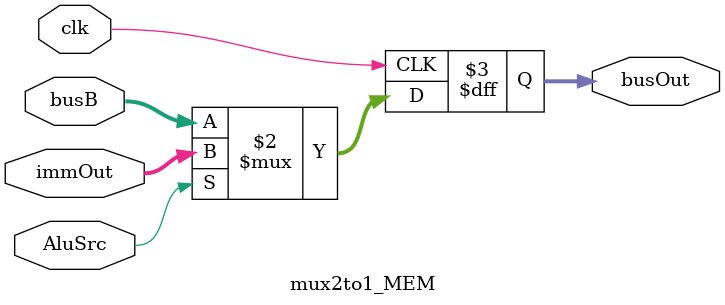
<source format=v>
module mux2to1_MEM(clk,busB,immOut,AluSrc,busOut);
input clk;
input [31:0] busB;
input [31:0] immOut;
input AluSrc;
output reg [31:0] busOut;

//assign busOut=AluSrc?immOut:busB;
always@(posedge clk)
begin
	busOut=AluSrc?immOut:busB;
end
endmodule
</source>
